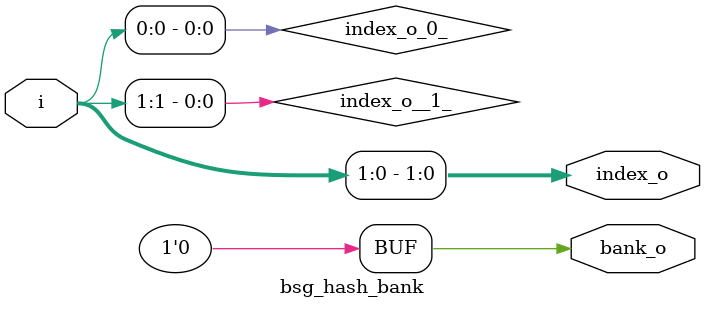
<source format=v>


module top
(
  i,
  bank_o,
  index_o
);

  input [31:0] i;
  output [0:0] bank_o;
  output [1:2] index_o;

  bsg_hash_bank
  wrapper
  (
    .i(i),
    .bank_o(bank_o),
    .index_o(index_o)
  );


endmodule



module bsg_hash_bank
(
  i,
  bank_o,
  index_o
);

  input [31:0] i;
  output [0:0] bank_o;
  output [1:2] index_o;
  wire [0:0] bank_o;
  wire [1:2] index_o;
  wire index_o__1_,index_o_0_;
  assign bank_o[0] = 1'b0;
  assign index_o__1_ = i[1];
  assign index_o[1] = index_o__1_;
  assign index_o_0_ = i[0];
  assign index_o[2] = index_o_0_;

endmodule


</source>
